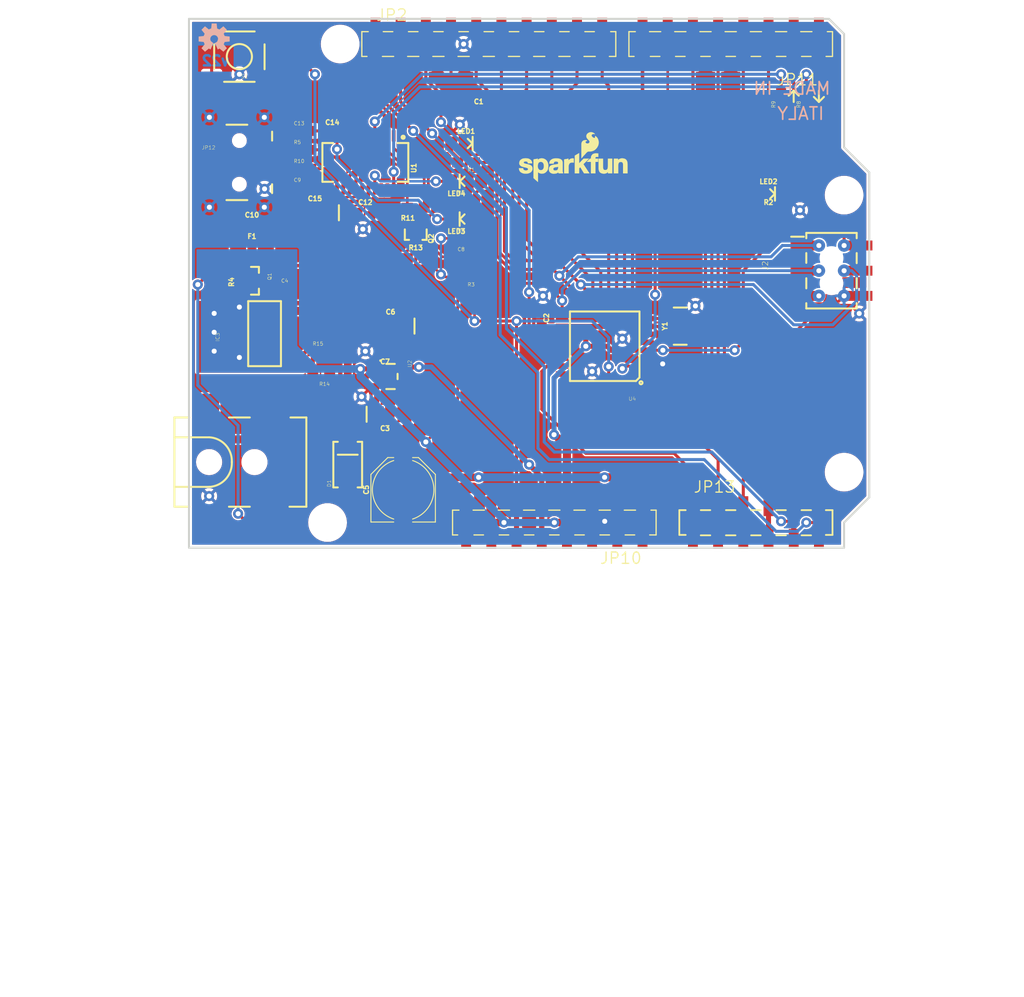
<source format=kicad_pcb>
(kicad_pcb (version 20211014) (generator pcbnew)
  (layers (0 "F.Cu" signal) (31 "B.Cu" signal) (34 "B.Paste" user) (35 "F.Paste" user) (36 "B.SilkS" user "B.Silkscreen") (37 "F.SilkS" user "F.Silkscreen") (38 "B.Mask" user) (39 "F.Mask" user) (44 "Edge.Cuts" user))
  (net 0 "")
  (net 1 "RX-I")
  (net 2 "TX-O")
  (net 3 "IO2")
  (net 4 "IO3")
  (net 5 "IO4")
  (net 6 "IO5")
  (net 7 "IO6")
  (net 8 "IO7")
  (net 9 "AD0")
  (net 10 "AD1")
  (net 11 "AD2")
  (net 12 "AD3")
  (net 13 "AD4/SDA")
  (net 14 "AD5/SCL")
  (net 15 "IO8")
  (net 16 "IO9")
  (net 17 "SS")
  (net 18 "MOSI")
  (net 19 "MISO")
  (net 20 "SCK")
  (net 21 "5V")
  (net 22 "GND")
  (net 23 "RESET")
  (net 24 "AREF")
  (net 25 "3.3V")
  (net 26 "VIN")
  (net 27 "N$2")
  (net 28 "PWRIN")
  (net 29 "USBVCC")
  (net 30 "DTR")
  (net 31 "D-")
  (net 32 "D+")
  (net 33 "VUSB")
  (net 34 "N$1")
  (net 35 "N$15")
  (net 36 "N$3")
  (net 37 "N$4")
  (net 38 "TXLED")
  (net 39 "RXLED")
  (net 40 "N$8")
  (net 41 "N$10")
  (net 42 "TXD")
  (net 43 "RXD")
  (net 44 "INSERT")
  (net 45 "N$6")
  (net 46 "N$7")
  (net 47 "3.3V_F")
  (net 48 "FTDI_DTR")
  (footprint "eagleBoard:0603" (layer "F.Cu") (at 124.3711 105.5116)
    (fp_text reference "C4")
    (fp_text value "0.1uF")
  )
  (footprint "eagleBoard:TACTILE-SWITCH-SMD" (layer "F.Cu") (at 119.2911 82.1436 180)
    (fp_text reference "S1")
    (fp_text value "RESET")
  )
  (footprint "eagleBoard:VPAC0" (layer "F.Cu") (at 181.7751 108.0516)
    (fp_text reference "VP_14" hide)
    (fp_text value "VPDEV0" hide)
  )
  (footprint "eagleBoard:VPAC0" (layer "F.Cu") (at 131.6101 116.4336)
    (fp_text reference "VP_17" hide)
    (fp_text value "VPDEV0" hide)
  )
  (footprint "eagleBoard:VPAC0" (layer "F.Cu") (at 119.2911 112.4846)
    (fp_text reference "VP_1" hide)
    (fp_text value "VPDEV0" hide)
  )
  (footprint "eagleBoard:0603" (layer "F.Cu") (at 131.9911 97.8916)
    (fp_text reference "C12")
    (fp_text value "0.1uF")
  )
  (footprint "eagleBoard:VPAC0" (layer "F.Cu") (at 154.8511 113.8936)
    (fp_text reference "VP_6" hide)
    (fp_text value "VPDEV0" hide)
  )
  (footprint "eagleBoard:0603" (layer "F.Cu") (at 125.6411 89.6366)
    (fp_text reference "C13")
    (fp_text value "47pF")
  )
  (footprint "eagleBoard:0603" (layer "F.Cu") (at 142.1511 96.6216)
    (fp_text reference "R7")
    (fp_text value "1k")
  )
  (footprint "eagleBoard:POWER_JACK_SMD_OVERPASTE_SUPER_BOMB_DIGITY" (layer "F.Cu") (at 116.2431 123.0376)
    (fp_text reference "J3" hide)
    (fp_text value "POWER_JACKSUPER_BOMB_DIGITY" hide)
  )
  (footprint "eagleBoard:VPAC0" (layer "F.Cu") (at 165.2651 107.2896)
    (fp_text reference "VP_9" hide)
    (fp_text value "VPDEV0" hide)
  )
  (footprint "eagleBoard:1X06_SMD_STRAIGHT_COMBO" (layer "F.Cu") (at 165.0111 129.1336)
    (fp_text reference "JP13")
    (fp_text value "AD")
  )
  (footprint "eagleBoard:VPAC0" (layer "F.Cu") (at 116.2431 126.4666)
    (fp_text reference "VP_11" hide)
    (fp_text value "VPDEV0" hide)
  )
  (footprint "eagleBoard:0603" (layer "F.Cu") (at 173.9011 86.4616 90)
    (fp_text reference "R9")
    (fp_text value "1k")
  )
  (footprint "eagleBoard:STAND-OFF" (layer "F.Cu") (at 129.4511 80.8736)
    (fp_text reference "JP6" hide)
    (fp_text value "STAND-OFF" hide)
  )
  (footprint "eagleBoard:RESONATOR-SMD-3.2X1.3" (layer "F.Cu") (at 163.7411 109.3216 90)
    (fp_text reference "Y1")
    (fp_text value "16MHz")
  )
  (footprint "eagleBoard:1X10_SMD_COMBINED" (layer "F.Cu") (at 133.0071 80.8736)
    (fp_text reference "JP2")
    (fp_text value "M10SMD_COMBO")
  )
  (footprint "eagleBoard:SOT23-3" (layer "F.Cu") (at 120.5611 104.7496 -90)
    (fp_text reference "Q1")
    (fp_text value "1A/60V/500mΩ")
  )
  (footprint "eagleBoard:PANASONIC_D" (layer "F.Cu") (at 135.8011 125.8316 90)
    (fp_text reference "C5")
    (fp_text value "47uF")
  )
  (footprint "eagleBoard:0603" (layer "F.Cu") (at 149.7711 108.5036 -90)
    (fp_text reference "C2")
    (fp_text value "0.1uF")
  )
  (footprint "eagleBoard:SSOP20_L" (layer "F.Cu") (at 131.9911 92.8116 180)
    (fp_text reference "U1")
    (fp_text value "FT231XS")
  )
  (footprint "eagleBoard:VPAC0" (layer "F.Cu") (at 131.9911 111.8616)
    (fp_text reference "VP_16" hide)
    (fp_text value "VPDEV0" hide)
  )
  (footprint "eagleBoard:SOT23-5" (layer "F.Cu") (at 134.5311 114.4016 -90)
    (fp_text reference "U2")
    (fp_text value "MIC5205")
  )
  (footprint "eagleBoard:EIA3216" (layer "F.Cu") (at 134.5311 109.3216)
    (fp_text reference "C6")
    (fp_text value "10uF")
  )
  (footprint "eagleBoard:LED-1206" (layer "F.Cu") (at 142.1511 90.9066)
    (fp_text reference "LED1")
    (fp_text value "Blue")
  )
  (footprint "eagleBoard:SOT223-ALT1" (layer "F.Cu") (at 121.8311 110.0836 90)
    (fp_text reference "IC3")
    (fp_text value "LM1117")
  )
  (footprint "eagleBoard:0603" (layer "F.Cu") (at 129.4511 87.7316 180)
    (fp_text reference "C14")
    (fp_text value "0.1uF")
  )
  (footprint "eagleBoard:VPAC0" (layer "F.Cu") (at 121.8311 95.4786)
    (fp_text reference "VP_12" hide)
    (fp_text value "VPDEV0" hide)
  )
  (footprint "eagleBoard:CREATIVE_COMMONS" (layer "F.Cu") (at 115.4811 171.0436)
    (fp_text reference "FRAME2" hide)
    (fp_text value "FRAME-LETTER" hide)
  )
  (footprint "eagleBoard:VPAC0" (layer "F.Cu") (at 141.5161 89.0016)
    (fp_text reference "VP_13" hide)
    (fp_text value "VPDEV0" hide)
  )
  (footprint "eagleBoard:VPAC0" (layer "F.Cu") (at 121.8057 88.265)
    (fp_text reference "VP_22" hide)
    (fp_text value "VPDEV0" hide)
  )
  (footprint "eagleBoard:VPAC0" (layer "F.Cu") (at 121.8057 97.3328)
    (fp_text reference "VP_20" hide)
    (fp_text value "VPDEV0" hide)
  )
  (footprint "eagleBoard:0603" (layer "F.Cu") (at 118.0211 104.8766 -90)
    (fp_text reference "R4")
    (fp_text value "10k")
  )
  (footprint "eagleBoard:VPAC0" (layer "F.Cu") (at 149.8981 106.2736)
    (fp_text reference "VP_10" hide)
    (fp_text value "VPDEV0" hide)
  )
  (footprint "eagleBoard:0603" (layer "F.Cu") (at 176.4411 86.4616 90)
    (fp_text reference "R8")
    (fp_text value "1k")
  )
  (footprint "eagleBoard:0603" (layer "F.Cu") (at 143.4211 87.7316)
    (fp_text reference "C1")
    (fp_text value "0.1uF")
  )
  (footprint "eagleBoard:EIA3216" (layer "F.Cu") (at 126.9111 97.8916)
    (fp_text reference "C15")
    (fp_text value "10uF")
  )
  (footprint "eagleBoard:VPAC0" (layer "F.Cu") (at 180.2511 106.2736)
    (fp_text reference "VP_18" hide)
    (fp_text value "VPDEV0" hide)
  )
  (footprint "eagleBoard:VPAC0" (layer "F.Cu") (at 131.7371 99.5426)
    (fp_text reference "VP_15" hide)
    (fp_text value "VPDEV0" hide)
  )
  (footprint "eagleBoard:1206" (layer "F.Cu") (at 120.5611 101.7016)
    (fp_text reference "F1")
    (fp_text value "6V/0.5A")
  )
  (footprint "eagleBoard:LED-1206" (layer "F.Cu") (at 142.1511 98.5266 180)
    (fp_text reference "LED3")
    (fp_text value "Red")
  )
  (footprint "eagleBoard:0603" (layer "F.Cu") (at 125.6411 93.4466)
    (fp_text reference "R10")
    (fp_text value "27")
  )
  (footprint "eagleBoard:0603" (layer "F.Cu") (at 142.1511 104.3686 180)
    (fp_text reference "R3")
    (fp_text value "10k")
  )
  (footprint "eagleBoard:VPAC0" (layer "F.Cu") (at 116.7511 111.8496)
    (fp_text reference "VP_2" hide)
    (fp_text value "VPDEV0" hide)
  )
  (footprint "eagleBoard:SOT323" (layer "F.Cu") (at 137.0711 99.9236 180)
    (fp_text reference "Q2")
    (fp_text value "2N7002PW")
  )
  (footprint "eagleBoard:TQFP32-08" (layer "F.Cu") (at 156.1211 111.3536 180)
    (fp_text reference "U4")
    (fp_text value "ATMEGA328P_TQFP")
  )
  (footprint "eagleBoard:VPAC0" (layer "F.Cu") (at 119.2911 83.9216)
    (fp_text reference "VP_4" hide)
    (fp_text value "VPDEV0" hide)
  )
  (footprint "eagleBoard:0603" (layer "F.Cu") (at 134.5311 111.8616 180)
    (fp_text reference "C7")
    (fp_text value "1.0uF")
  )
  (footprint "eagleBoard:0603" (layer "F.Cu") (at 127.5461 111.8616)
    (fp_text reference "R15")
    (fp_text value "240")
  )
  (footprint "eagleBoard:VPAC0" (layer "F.Cu") (at 116.7511 109.9446)
    (fp_text reference "VP_0" hide)
    (fp_text value "VPDEV0" hide)
  )
  (footprint "eagleBoard:1X08_SMD_COMBINED" (layer "F.Cu") (at 177.7111 80.8736 180)
    (fp_text reference "JP11")
    (fp_text value "IOL")
  )
  (footprint "eagleBoard:STAND-OFF" (layer "F.Cu") (at 180.2511 124.0536)
    (fp_text reference "JP4" hide)
    (fp_text value "STAND-OFF" hide)
  )
  (footprint "eagleBoard:USB-MINIB" (layer "F.Cu") (at 119.2911 92.8116)
    (fp_text reference "JP12")
    (fp_text value "USB-MINIB-5PIN")
  )
  (footprint "eagleBoard:2X3_SMT_POSTS" (layer "F.Cu") (at 178.9811 103.7336 -90)
    (fp_text reference "J2")
    (fp_text value "ICSP")
  )
  (footprint "eagleBoard:SMA-DIODE" (layer "F.Cu") (at 130.2131 123.2916 90)
    (fp_text reference "D1")
    (fp_text value "MBRA140")
  )
  (footprint "eagleBoard:VPAC0" (layer "F.Cu") (at 157.8991 110.5916)
    (fp_text reference "VP_8" hide)
    (fp_text value "VPDEV0" hide)
  )
  (footprint "eagleBoard:STAND-OFF" (layer "F.Cu") (at 180.2511 96.1136)
    (fp_text reference "JP5" hide)
    (fp_text value "STAND-OFF" hide)
  )
  (footprint "eagleBoard:LED-1206" (layer "F.Cu") (at 172.6311 95.9866)
    (fp_text reference "LED2")
    (fp_text value "Green")
  )
  (footprint "eagleBoard:LED-1206" (layer "F.Cu") (at 142.1511 94.7166 180)
    (fp_text reference "LED4")
    (fp_text value "Yellow")
  )
  (footprint "eagleBoard:0603" (layer "F.Cu") (at 172.6311 97.8916)
    (fp_text reference "R2")
    (fp_text value "4.7k")
  )
  (footprint "eagleBoard:0603" (layer "F.Cu") (at 125.6411 95.3516)
    (fp_text reference "C9")
    (fp_text value "47pF")
  )
  (footprint "eagleBoard:0603" (layer "F.Cu") (at 142.1511 100.4316)
    (fp_text reference "R6")
    (fp_text value "1k")
  )
  (footprint "eagleBoard:0603" (layer "F.Cu") (at 125.6411 91.5416)
    (fp_text reference "R5")
    (fp_text value "27")
  )
  (footprint "eagleBoard:0603" (layer "F.Cu") (at 142.1511 92.8116 180)
    (fp_text reference "R1")
    (fp_text value "1k")
  )
  (footprint "eagleBoard:VPAC0" (layer "F.Cu") (at 116.7511 108.0396)
    (fp_text reference "VP_3" hide)
    (fp_text value "VPDEV0" hide)
  )
  (footprint "eagleBoard:VPAC0" (layer "F.Cu") (at 175.8061 97.6376)
    (fp_text reference "VP_5" hide)
    (fp_text value "VPDEV0" hide)
  )
  (footprint "eagleBoard:0603" (layer "F.Cu") (at 142.1511 102.3366)
    (fp_text reference "C8")
    (fp_text value "0.1uF")
  )
  (footprint "eagleBoard:FIDUCIAL-1X2" (layer "F.Cu") (at 178.9811 119.4816)
    (fp_text reference "JP8" hide)
    (fp_text value "FIDUCIAL1X2" hide)
  )
  (footprint "eagleBoard:STAND-OFF" (layer "F.Cu") (at 128.1811 129.1336)
    (fp_text reference "JP3" hide)
    (fp_text value "STAND-OFF" hide)
  )
  (footprint "eagleBoard:0603" (layer "F.Cu") (at 120.5611 99.1616)
    (fp_text reference "C10")
    (fp_text value "0.1uF")
  )
  (footprint "eagleBoard:1X08_SMD_COMBINED" (layer "F.Cu") (at 159.9311 129.1336 180)
    (fp_text reference "JP10")
    (fp_text value "JP10")
  )
  (footprint "eagleBoard:VPAC0" (layer "F.Cu") (at 141.8971 80.8736)
    (fp_text reference "VP_7" hide)
    (fp_text value "VPDEV0" hide)
  )
  (footprint "eagleBoard:VPAC0" (layer "F.Cu") (at 116.2685 88.265)
    (fp_text reference "VP_21" hide)
    (fp_text value "VPDEV0" hide)
  )
  (footprint "eagleBoard:SFE_LOGO_FLAME_.1" (layer "F.Cu") (at 153.4795 92.6846)
    (fp_text reference "JP7" hide)
    (fp_text value "SFE_LOGO_FLAME.1_INCH" hide)
  )
  (footprint "eagleBoard:0603" (layer "F.Cu") (at 137.0711 102.4636)
    (fp_text reference "R13")
    (fp_text value "10k")
  )
  (footprint "eagleBoard:0603" (layer "F.Cu") (at 137.0711 97.3836 180)
    (fp_text reference "R11")
    (fp_text value "10k")
  )
  (footprint "eagleBoard:EIA3216" (layer "F.Cu") (at 134.5311 118.2116 180)
    (fp_text reference "C3")
    (fp_text value "10uF")
  )
  (footprint "eagleBoard:FIDUCIAL-1X2" (layer "F.Cu") (at 125.6411 80.1116)
    (fp_text reference "JP9" hide)
    (fp_text value "FIDUCIAL1X2" hide)
  )
  (footprint "eagleBoard:0603" (layer "F.Cu") (at 127.5461 114.4016 180)
    (fp_text reference "R14")
    (fp_text value "715")
  )
  (footprint "eagleBoard:SFE_LOGO_NAME_.1" (layer "F.Cu") (at 147.0025 95.2246)
    (fp_text reference "JP1" hide)
    (fp_text value "SFE_LOGO_NAME.1_INCH" hide)
  )
  (footprint "eagleBoard:VPAC0" (layer "F.Cu") (at 116.2685 97.3328)
    (fp_text reference "VP_19" hide)
    (fp_text value "VPDEV0" hide)
  )
  (footprint "eagleBoard:PAD.03X.05" (layer "B.Cu") (at 177.7111 103.7336 180)
    (fp_text reference "TP5" hide)
    (fp_text value "TP-3x5" hide)
  )
  (footprint "eagleBoard:PAD.03X.05" (layer "B.Cu") (at 180.2511 106.2736 180)
    (fp_text reference "TP3" hide)
    (fp_text value "TP-3x5" hide)
  )
  (footprint "eagleBoard:OSHW-LOGO-S" (layer "B.Cu") (at 116.7511 80.3656 180)
    (fp_text reference "U$16" hide)
    (fp_text value "OSHW-LOGOS" hide)
  )
  (footprint "eagleBoard:PAD.03X.05" (layer "B.Cu") (at 177.7111 106.2736 180)
    (fp_text reference "TP6" hide)
    (fp_text value "TP-3x5" hide)
  )
  (footprint "eagleBoard:PAD.03X.05" (layer "B.Cu") (at 180.2511 103.7336 180)
    (fp_text reference "TP2" hide)
    (fp_text value "TP-3x5" hide)
  )
  (footprint "eagleBoard:PAD.03X.05" (layer "B.Cu") (at 180.2511 101.1936 180)
    (fp_text reference "TP1" hide)
    (fp_text value "TP-3x5" hide)
  )
  (footprint "eagleBoard:PAD.03X.05" (layer "B.Cu") (at 177.7111 101.1936 180)
    (fp_text reference "TP4" hide)
    (fp_text value "TP-3x5" hide)
  )
  (gr_line (start 175.1711 86.7156) (end 175.1711 85.5726) (layer "F.SilkS") (width 0.2032))
  (gr_line (start 175.1711 85.5726) (end 174.6631 86.0806) (layer "F.SilkS") (width 0.2032))
  (gr_line (start 177.7111 86.7156) (end 178.2191 86.2076) (layer "F.SilkS") (width 0.2032))
  (gr_line (start 177.2031 86.2076) (end 177.7111 86.7156) (layer "F.SilkS") (width 0.2032))
  (gr_line (start 175.6791 86.0806) (end 175.1711 85.5726) (layer "F.SilkS") (width 0.2032))
  (gr_line (start 177.7111 85.5726) (end 177.7111 86.7156) (layer "F.SilkS") (width 0.2032))
  (gr_line (start 114.2111 131.6736) (end 114.2111 78.3336) (layer "Edge.Cuts") (width 0.2032))
  (gr_line (start 180.2511 91.2876) (end 182.7911 93.8276) (layer "Edge.Cuts") (width 0.2032))
  (gr_line (start 180.2511 131.6736) (end 114.2111 131.6736) (layer "Edge.Cuts") (width 0.2032))
  (gr_line (start 182.7911 93.8276) (end 182.7911 126.5936) (layer "Edge.Cuts") (width 0.2032))
  (gr_line (start 182.7911 126.5936) (end 180.2511 129.1336) (layer "Edge.Cuts") (width 0.2032))
  (gr_line (start 114.2111 78.3336) (end 178.7271 78.3336) (layer "Edge.Cuts") (width 0.2032))
  (gr_line (start 180.2511 79.8576) (end 180.2511 91.2876) (layer "Edge.Cuts") (width 0.2032))
  (gr_line (start 180.2511 129.1336) (end 180.2511 131.6736) (layer "Edge.Cuts") (width 0.2032))
  (gr_line (start 178.7271 78.3336) (end 180.2511 79.8576) (layer "Edge.Cuts") (width 0.2032))
  (gr_text "v22" (at 118.4021 83.1596) (layer "B.Cu") (effects (font (size 1.016 1.016) (thickness 0.254)) (justify left bottom mirror)))
  (gr_text "ITALY" (at 178.3461 88.6206) (layer "B.SilkS") (effects (font (size 1.251712 1.251712) (thickness 0.170688)) (justify left bottom mirror)))
  (gr_text "MADE IN" (at 178.9811 86.0806) (layer "B.SilkS") (effects (font (size 1.251712 1.251712) (thickness 0.170688)) (justify left bottom mirror)))
  (segment (start 157.3211 115.6462) (end 157.3211 116.3636) (width 0.3048) (layer "F.Cu") (net 1))
  (segment (start 157.3211 116.3636) (end 158.6611 117.7036) (width 0.3048) (layer "F.Cu") (net 1))
  (segment (start 158.6611 117.7036) (end 164.5031 117.7036) (width 0.3048) (layer "F.Cu") (net 1))
  (segment (start 168.1861 97.1296) (end 177.7111 87.6046) (width 0.3048) (layer "F.Cu") (net 1))
  (segment (start 164.5031 117.7036) (end 168.1861 114.0206) (width 0.3048) (layer "F.Cu") (net 1))
  (segment (start 168.1861 114.0206) (end 168.1861 97.1296) (width 0.3048) (layer "F.Cu") (net 1))
  (segment (start 177.6721 87.3116) (end 177.7111 87.3506) (width 0.3048) (layer "F.Cu") (net 1))
  (segment (start 176.4411 87.3116) (end 177.6721 87.3116) (width 0.3048) (layer "F.Cu") (net 1))
  (segment (start 177.7111 85.3186) (end 177.7261 85.3036) (width 0.254) (layer "F.Cu") (net 1))
  (segment (start 177.7111 85.3186) (end 177.7111 82.5236) (width 0.3048) (layer "F.Cu") (net 1))
  (segment (start 177.7111 87.6046) (end 177.7111 87.3506) (width 0.3048) (layer "F.Cu") (net 1))
  (segment (start 177.7111 87.3506) (end 177.7111 85.3186) (width 0.3048) (layer "F.Cu") (net 1))
  (segment (start 167.5511 113.7666) (end 167.5511 96.1136) (width 0.3048) (layer "F.Cu") (net 2))
  (segment (start 164.3761 116.9416) (end 167.5511 113.7666) (width 0.3048) (layer "F.Cu") (net 2))
  (segment (start 175.1321 87.3116) (end 175.1711 87.3506) (width 0.3048) (layer "F.Cu") (net 2))
  (segment (start 167.5511 96.1136) (end 175.1711 88.4936) (width 0.3048) (layer "F.Cu") (net 2))
  (segment (start 175.1711 85.3186) (end 175.1561 85.3036) (width 0.254) (layer "F.Cu") (net 2))
  (segment (start 158.1211 115.6462) (end 158.1211 116.4016) (width 0.3048) (layer "F.Cu") (net 2))
  (segment (start 158.6611 116.9416) (end 164.3761 116.9416) (width 0.3048) (layer "F.Cu") (net 2))
  (segment (start 175.1711 87.3506) (end 175.1711 85.3186) (width 0.3048) (layer "F.Cu") (net 2))
  (segment (start 175.1711 88.4936) (end 175.1711 87.3506) (width 0.3048) (layer "F.Cu") (net 2))
  (segment (start 158.1211 116.4016) (end 158.6611 116.9416) (width 0.3048) (layer "F.Cu") (net 2))
  (segment (start 173.9011 87.3116) (end 175.1321 87.3116) (width 0.3048) (layer "F.Cu") (net 2))
  (segment (start 175.1711 85.3186) (end 175.1711 79.2236) (width 0.3048) (layer "F.Cu") (net 2))
  (segment (start 158.9211 115.6462) (end 164.7825 115.6462) (width 0.3048) (layer "F.Cu") (net 3))
  (segment (start 172.6311 87.2236) (end 172.6311 82.5236) (width 0.3048) (layer "F.Cu") (net 3))
  (segment (start 166.9161 92.9386) (end 172.6311 87.2236) (width 0.3048) (layer "F.Cu") (net 3))
  (segment (start 166.9161 113.5126) (end 166.9161 92.9386) (width 0.3048) (layer "F.Cu") (net 3))
  (segment (start 164.7825 115.6462) (end 166.9161 113.5126) (width 0.3048) (layer "F.Cu") (net 3))
  (segment (start 165.2591 114.1536) (end 166.2811 113.1316) (width 0.3048) (layer "F.Cu") (net 4))
  (segment (start 166.2811 91.0336) (end 170.0911 87.2236) (width 0.3048) (layer "F.Cu") (net 4))
  (segment (start 170.0911 87.2236) (end 170.0911 79.2236) (width 0.3048) (layer "F.Cu") (net 4))
  (segment (start 160.4137 114.1536) (end 165.2591 114.1536) (width 0.3048) (layer "F.Cu") (net 4))
  (segment (start 166.2811 113.1316) (end 166.2811 91.0336) (width 0.3048) (layer "F.Cu") (net 4))
  (segment (start 160.4137 113.3536) (end 158.1531 113.3536) (width 0.3048) (layer "F.Cu") (net 5))
  (segment (start 161.2011 106.1466) (end 161.2011 93.5736) (width 0.3048) (layer "F.Cu") (net 5))
  (segment (start 167.5511 87.2236) (end 167.5511 82.5236) (width 0.3048) (layer "F.Cu") (net 5))
  (segment (start 158.1531 113.3536) (end 157.8991 113.6076) (width 0.3048) (layer "F.Cu") (net 5))
  (segment (start 161.2011 93.5736) (end 167.5511 87.2236) (width 0.3048) (layer "F.Cu") (net 5))
  (via (at 157.8991 113.6076) (size 1.016) (drill 0.508) (layers "F.Cu" "B.Cu") (net 5))
  (via (at 161.2011 106.1466) (size 1.016) (drill 0.508) (layers "F.Cu" "B.Cu") (net 5))
  (segment (start 161.2011 110.3056) (end 161.2011 106.1466) (width 0.3048) (layer "B.Cu") (net 5))
  (segment (start 157.8991 113.6076) (end 161.2011 110.3056) (width 0.3048) (layer "B.Cu") (net 5))
  (segment (start 158.9211 107.061) (end 158.9211 93.5736) (width 0.3048) (layer "F.Cu") (net 6))
  (segment (start 158.9211 93.5736) (end 165.0111 87.4836) (width 0.3048) (layer "F.Cu") (net 6))
  (segment (start 165.0111 87.4836) (end 165.0111 79.2236) (width 0.3048) (layer "F.Cu") (net 6))
  (segment (start 158.1211 92.3036) (end 162.4711 87.9536) (width 0.3048) (layer "F.Cu") (net 7))
  (segment (start 158.1211 107.061) (end 158.1211 92.3036) (width 0.3048) (layer "F.Cu") (net 7))
  (segment (start 162.4711 87.9536) (end 162.4711 82.5236) (width 0.254) (layer "F.Cu") (net 7))
  (segment (start 159.9311 88.4236) (end 159.9311 79.2236) (width 0.3556) (layer "F.Cu") (net 8))
  (segment (start 157.3211 91.0336) (end 159.9311 88.4236) (width 0.3048) (layer "F.Cu") (net 8))
  (segment (start 157.3211 107.061) (end 157.3211 91.0336) (width 0.3048) (layer "F.Cu") (net 8))
  (segment (start 163.1061 122.1486) (end 165.0111 124.0536) (width 0.3048) (layer "F.Cu") (net 9))
  (segment (start 154.2161 122.1486) (end 149.7711 117.7036) (width 0.3048) (layer "F.Cu") (net 9))
  (segment (start 149.7711 117.7036) (end 149.7711 113.8936) (width 0.3048) (layer "F.Cu") (net 9))
  (segment (start 165.0111 124.0536) (end 165.0111 130.7836) (width 0.3048) (layer "F.Cu") (net 9))
  (segment (start 149.7711 113.8936) (end 150.3111 113.3536) (width 0.3048) (layer "F.Cu") (net 9))
  (segment (start 154.2161 122.1486) (end 163.1061 122.1486) (width 0.3048) (layer "F.Cu") (net 9))
  (segment (start 150.3111 113.3536) (end 151.8285 113.3536) (width 0.3048) (layer "F.Cu") (net 9))
  (segment (start 167.5511 122.7836) (end 167.5511 127.4836) (width 0.3048) (layer "F.Cu") (net 10))
  (segment (start 154.8511 121.5136) (end 166.2811 121.5136) (width 0.3048) (layer "F.Cu") (net 10))
  (segment (start 166.2811 121.5136) (end 167.5511 122.7836) (width 0.3048) (layer "F.Cu") (net 10))
  (segment (start 151.8285 118.491) (end 154.8511 121.5136) (width 0.3048) (layer "F.Cu") (net 10))
  (segment (start 151.8285 118.491) (end 151.8285 114.1536) (width 0.3048) (layer "F.Cu") (net 10))
  (segment (start 155.4861 120.8786) (end 153.3211 118.7136) (width 0.3048) (layer "F.Cu") (net 11))
  (segment (start 168.1861 120.8786) (end 170.0911 122.7836) (width 0.3048) (layer "F.Cu") (net 11))
  (segment (start 170.0911 122.7836) (end 170.0911 130.7836) (width 0.3048) (layer "F.Cu") (net 11))
  (segment (start 155.4861 120.8786) (end 168.1861 120.8786) (width 0.3048) (layer "F.Cu") (net 11))
  (segment (start 153.3211 118.7136) (end 153.3211 115.6462) (width 0.3048) (layer "F.Cu") (net 11))
  (segment (start 154.1211 118.2436) (end 154.1211 115.6462) (width 0.3048) (layer "F.Cu") (net 12))
  (segment (start 156.1211 120.2436) (end 154.1211 118.2436) (width 0.3048) (layer "F.Cu") (net 12))
  (segment (start 170.0911 120.2436) (end 172.6311 122.7836) (width 0.3048) (layer "F.Cu") (net 12))
  (segment (start 156.1211 120.2436) (end 170.0911 120.2436) (width 0.3048) (layer "F.Cu") (net 12))
  (segment (start 172.6311 122.7836) (end 172.6311 127.4836) (width 0.3048) (layer "F.Cu") (net 12))
  (segment (start 175.1711 121.5136) (end 175.1711 129.0066) (width 0.3048) (layer "F.Cu") (net 13))
  (segment (start 135.5471 86.7156) (end 138.7221 89.8906) (width 0.3048) (layer "F.Cu") (net 13))
  (segment (start 156.7561 119.6086) (end 154.9211 117.7736) (width 0.3048) (layer "F.Cu") (net 13))
  (segment (start 156.7561 119.6086) (end 173.2661 119.6086) (width 0.3048) (layer "F.Cu") (net 13))
  (segment (start 175.1711 129.0066) (end 175.1711 130.7836) (width 0.3048) (layer "F.Cu") (net 13))
  (segment (start 135.5471 82.5236) (end 135.5471 86.7156) (width 0.3048) (layer "F.Cu") (net 13))
  (segment (start 154.9211 117.7736) (end 154.9211 115.6462) (width 0.3048) (layer "F.Cu") (net 13))
  (segment (start 173.2661 119.6086) (end 175.1711 121.5136) (width 0.3048) (layer "F.Cu") (net 13))
  (segment (start 173.9011 129.0066) (end 175.1711 129.0066) (width 0.3048) (layer "F.Cu") (net 13))
  (via (at 173.9011 129.0066) (size 1.016) (drill 0.508) (layers "F.Cu" "B.Cu") (net 13))
  (via (at 138.7221 89.8906) (size 1.016) (drill 0.508) (layers "F.Cu" "B.Cu") (net 13))
  (segment (start 166.9161 122.0216) (end 173.9011 129.0066) (width 0.3048) (layer "B.Cu") (net 13))
  (segment (start 151.0411 122.0216) (end 166.9161 122.0216) (width 0.3048) (layer "B.Cu") (net 13))
  (segment (start 146.2151 109.5756) (end 150.0251 113.3856) (width 0.3048) (layer "B.Cu") (net 13))
  (segment (start 150.0251 121.0056) (end 151.0411 122.0216) (width 0.3048) (layer "B.Cu") (net 13))
  (segment (start 146.2151 97.3836) (end 138.7221 89.8906) (width 0.3048) (layer "B.Cu") (net 13))
  (segment (start 146.2151 97.3836) (end 146.2151 109.5756) (width 0.3048) (layer "B.Cu") (net 13))
  (segment (start 150.0251 113.3856) (end 150.0251 121.0056) (width 0.3048) (layer "B.Cu") (net 13))
  (segment (start 155.7211 117.3036) (end 157.3911 118.9736) (width 0.3048) (layer "F.Cu") (net 14))
  (segment (start 176.4411 129.1336) (end 177.7111 129.1336) (width 0.3048) (layer "F.Cu") (net 14))
  (segment (start 155.7211 117.3036) (end 155.7211 115.6462) (width 0.3048) (layer "F.Cu") (net 14))
  (segment (start 133.0071 85.8266) (end 136.8171 89.6366) (width 0.3048) (layer "F.Cu") (net 14))
  (segment (start 157.3911 118.9736) (end 175.1711 118.9736) (width 0.3048) (layer "F.Cu") (net 14))
  (segment (start 177.7111 129.1336) (end 177.7111 127.4836) (width 0.3048) (layer "F.Cu") (net 14))
  (segment (start 175.1711 118.9736) (end 177.7111 121.5136) (width 0.3048) (layer "F.Cu") (net 14))
  (segment (start 133.0071 82.5236) (end 133.0071 85.8266) (width 0.3048) (layer "F.Cu") (net 14))
  (segment (start 177.7111 121.5136) (end 177.7111 127.4836) (width 0.3048) (layer "F.Cu") (net 14))
  (via (at 176.4411 129.1336) (size 1.016) (drill 0.508) (layers "F.Cu" "B.Cu") (net 14))
  (via (at 136.8171 89.6366) (size 1.016) (drill 0.508) (layers "F.Cu" "B.Cu") (net 14))
  (segment (start 145.5801 98.3996) (end 145.5801 110.2106) (width 0.3048) (layer "B.Cu") (net 14))
  (segment (start 149.3901 114.0206) (end 149.3901 121.6406) (width 0.3048) (layer "B.Cu") (net 14))
  (segment (start 145.5801 110.2106) (end 149.3901 114.0206) (width 0.3048) (layer "B.Cu") (net 14))
  (segment (start 136.8171 89.6366) (end 145.5801 98.3996) (width 0.3048) (layer "B.Cu") (net 14))
  (segment (start 150.5331 122.7836) (end 166.1541 122.7836) (width 0.3048) (layer "B.Cu") (net 14))
  (segment (start 175.5521 130.0226) (end 176.4411 129.1336) (width 0.3048) (layer "B.Cu") (net 14))
  (segment (start 166.1541 122.7836) (end 173.3931 130.0226) (width 0.3048) (layer "B.Cu") (net 14))
  (segment (start 149.3901 121.6406) (end 150.5331 122.7836) (width 0.3048) (layer "B.Cu") (net 14))
  (segment (start 173.3931 130.0226) (end 175.5521 130.0226) (width 0.3048) (layer "B.Cu") (net 14))
  (segment (start 156.5211 107.061) (end 156.5211 85.0836) (width 0.3048) (layer "F.Cu") (net 15))
  (segment (start 155.8671 84.4296) (end 155.8671 82.5236) (width 0.3048) (layer "F.Cu") (net 15))
  (segment (start 156.5211 85.0836) (end 155.8671 84.4296) (width 0.3048) (layer "F.Cu") (net 15))
  (segment (start 155.7211 103.8416) (end 153.2001 101.3206) (width 0.3048) (layer "F.Cu") (net 16))
  (segment (start 149.0091 101.3206) (end 148.2471 100.5586) (width 0.3048) (layer "F.Cu") (net 16))
  (segment (start 153.3271 84.8296) (end 153.3271 82.5236) (width 0.3048) (layer "F.Cu") (net 16))
  (segment (start 155.7211 107.061) (end 155.7211 103.8416) (width 0.3048) (layer "F.Cu") (net 16))
  (segment (start 148.2471 89.9096) (end 153.3271 84.8296) (width 0.3048) (layer "F.Cu") (net 16))
  (segment (start 148.2471 100.5586) (end 148.2471 89.9096) (width 0.3048) (layer "F.Cu") (net 16))
  (segment (start 153.2001 101.3206) (end 149.0091 101.3206) (width 0.3048) (layer "F.Cu") (net 16))
  (segment (start 150.7871 85.6296) (end 150.7871 82.5236) (width 0.3048) (layer "F.Cu") (net 17))
  (segment (start 154.9211 107.061) (end 154.9211 104.6926) (width 0.3048) (layer "F.Cu") (net 17))
  (segment (start 147.4851 100.6856) (end 147.4851 88.9316) (width 0.3048) (layer "F.Cu") (net 17))
  (segment (start 147.4851 88.9316) (end 150.7871 85.6296) (width 0.3048) (layer "F.Cu") (net 17))
  (segment (start 148.8821 102.0826) (end 147.4851 100.6856) (width 0.3048) (layer "F.Cu") (net 17))
  (segment (start 154.9211 104.6926) (end 152.3111 102.0826) (width 0.3048) (layer "F.Cu") (net 17))
  (segment (start 152.3111 102.0826) (end 148.8821 102.0826) (width 0.3048) (layer "F.Cu") (net 17))
  (segment (start 181.5211 103.7336) (end 180.2511 103.7336) (width 0.3048) (layer "F.Cu") (net 18))
  (segment (start 146.8501 86.8426) (end 146.8501 101.3206) (width 0.3048) (layer "F.Cu") (net 18))
  (segment (start 148.2471 82.5236) (end 148.2471 85.4456) (width 0.3048) (layer "F.Cu") (net 18))
  (segment (start 148.2471 102.7176) (end 146.8501 101.3206) (width 0.3048) (layer "F.Cu") (net 18))
  (segment (start 154.1211 107.061) (end 154.1211 105.5436) (width 0.3048) (layer "F.Cu") (net 18))
  (segment (start 154.1211 105.5436) (end 153.7081 105.1306) (width 0.3048) (layer "F.Cu") (net 18))
  (segment (start 148.2471 85.4456) (end 146.8501 86.8426) (width 0.3048) (layer "F.Cu") (net 18))
  (segment (start 151.2951 102.7176) (end 148.2471 102.7176) (width 0.3048) (layer "F.Cu") (net 18))
  (segment (start 153.7081 105.1306) (end 151.2951 102.7176) (width 0.3048) (layer "F.Cu") (net 18))
  (via (at 180.2511 103.7336) (size 1.016) (drill 0.508) (layers "F.Cu" "B.Cu") (net 18))
  (via (at 153.7081 105.1306) (size 1.016) (drill 0.508) (layers "F.Cu" "B.Cu") (net 18))
  (segment (start 175.1711 109.1946) (end 171.1071 105.1306) (width 0.3048) (layer "B.Cu") (net 18))
  (segment (start 180.2511 103.7336) (end 181.0131 103.7336) (width 0.3048) (layer "B.Cu") (net 18))
  (segment (start 181.0131 103.7336) (end 181.5211 104.2416) (width 0.3048) (layer "B.Cu") (net 18))
  (segment (start 181.5211 104.2416) (end 181.5211 106.7816) (width 0.3048) (layer "B.Cu") (net 18))
  (segment (start 179.1081 109.1946) (end 175.1711 109.1946) (width 0.3048) (layer "B.Cu") (net 18))
  (segment (start 171.1071 105.1306) (end 153.7081 105.1306) (width 0.3048) (layer "B.Cu") (net 18))
  (segment (start 179.1081 109.1946) (end 181.5211 106.7816) (width 0.3048) (layer "B.Cu") (net 18))
  (segment (start 153.3211 107.061) (end 153.3211 106.0136) (width 0.3048) (layer "F.Cu") (net 19))
  (segment (start 176.4411 101.1936) (end 177.7111 101.1936) (width 0.3048) (layer "F.Cu") (net 19))
  (segment (start 145.7071 82.5236) (end 145.7071 86.0298) (width 0.3048) (layer "F.Cu") (net 19))
  (segment (start 153.3211 106.0136) (end 151.5491 104.2416) (width 0.3048) (layer "F.Cu") (net 19))
  (segment (start 151.5491 104.2416) (end 150.9141 103.6066) (width 0.3048) (layer "F.Cu") (net 19))
  (segment (start 150.9141 103.6066) (end 147.8661 103.6066) (width 0.3048) (layer "F.Cu") (net 19))
  (segment (start 147.8661 103.6066) (end 146.0119 101.7524) (width 0.3048) (layer "F.Cu") (net 19))
  (segment (start 146.0119 101.7524) (end 146.0119 86.3346) (width 0.3048) (layer "F.Cu") (net 19))
  (segment (start 145.7071 86.0298) (end 146.0119 86.3346) (width 0.3048) (layer "F.Cu") (net 19))
  (via (at 151.5491 104.2416) (size 1.016) (drill 0.508) (layers "F.Cu" "B.Cu") (net 19))
  (via (at 177.7111 101.1936) (size 1.016) (drill 0.508) (layers "F.Cu" "B.Cu") (net 19))
  (segment (start 174.0281 101.1936) (end 172.8851 102.3366) (width 0.3048) (layer "B.Cu") (net 19))
  (segment (start 153.4541 102.3366) (end 151.5491 104.2416) (width 0.3048) (layer "B.Cu") (net 19))
  (segment (start 177.7111 101.1936) (end 174.0281 101.1936) (width 0.3048) (layer "B.Cu") (net 19))
  (segment (start 172.8851 102.3366) (end 153.4541 102.3366) (width 0.3048) (layer "B.Cu") (net 19))
  (segment (start 143.0011 92.8116) (end 145.2499 92.8116) (width 0.3048) (layer "F.Cu") (net 20))
  (segment (start 150.0759 105.0036) (end 151.8285 106.7562) (width 0.3048) (layer "F.Cu") (net 20))
  (segment (start 145.2499 86.5124) (end 143.1671 84.4296) (width 0.3048) (layer "F.Cu") (net 20))
  (segment (start 145.2499 102.2604) (end 145.2499 92.8116) (width 0.3048) (layer "F.Cu") (net 20))
  (segment (start 145.2499 92.8116) (end 145.2499 86.5124) (width 0.3048) (layer "F.Cu") (net 20))
  (segment (start 151.8285 108.5536) (end 151.8285 106.7562) (width 0.3048) (layer "F.Cu") (net 20))
  (segment (start 147.9931 105.0036) (end 150.0759 105.0036) (width 0.3048) (layer "F.Cu") (net 20))
  (segment (start 176.4411 103.7336) (end 177.7111 103.7336) (width 0.3048) (layer "F.Cu") (net 20))
  (segment (start 147.9931 105.0036) (end 145.2499 102.2604) (width 0.3048) (layer "F.Cu") (net 20))
  (segment (start 143.1671 84.4296) (end 143.1671 82.5236) (width 0.3048) (layer "F.Cu") (net 20))
  (via (at 177.7111 103.7336) (size 1.016) (drill 0.508) (layers "F.Cu" "B.Cu") (net 20))
  (via (at 151.8285 106.7562) (size 1.016) (drill 0.508) (layers "F.Cu" "B.Cu") (net 20))
  (segment (start 153.7081 103.7336) (end 177.7111 103.7336) (width 0.3048) (layer "B.Cu") (net 20))
  (segment (start 151.8285 105.6132) (end 153.7081 103.7336) (width 0.3048) (layer "B.Cu") (net 20))
  (segment (start 151.8285 106.7562) (end 151.8285 105.6132) (width 0.3048) (layer "B.Cu") (net 20))
  (segment (start 144.6911 129.1336) (end 144.6911 130.7836) (width 0.762) (layer "F.Cu") (net 21))
  (segment (start 151.0411 129.1336) (end 152.0571 129.1336) (width 0.762) (layer "F.Cu") (net 21))
  (segment (start 141.3011 96.6216) (end 141.3011 97.0416) (width 0.3048) (layer "F.Cu") (net 21))
  (segment (start 132.4331 113.4516) (end 132.2451 113.6396) (width 0.508) (layer "F.Cu") (net 21))
  (segment (start 141.3011 117.7916) (end 138.0871 121.0056) (width 0.254) (layer "F.Cu") (net 21))
  (segment (start 133.231 113.4516) (end 134.0891 113.4516) (width 0.508) (layer "F.Cu") (net 21))
  (segment (start 145.9611 129.1336) (end 144.6911 129.1336) (width 0.762) (layer "F.Cu") (net 21))
  (segment (start 141.3011 104.3686) (end 139.8651 104.3686) (width 0.254) (layer "F.Cu") (net 21))
  (segment (start 141.3011 100.4706) (end 139.6111 100.4706) (width 0.254) (layer "F.Cu") (net 21))
  (segment (start 175.1711 98.6536) (end 174.4091 97.8916) (width 0.3048) (layer "F.Cu") (net 21))
  (segment (start 156.7751 111.7536) (end 160.4137 111.7536) (width 0.508) (layer "F.Cu") (net 21))
  (segment (start 142.1511 97.8916) (end 142.1511 99.0346) (width 0.3048) (layer "F.Cu") (net 21))
  (segment (start 133.1311 118.2116) (end 133.2611 118.2116) (width 0.4064) (layer "F.Cu") (net 21))
  (segment (start 174.4091 97.8916) (end 173.4811 97.8916) (width 0.3048) (layer "F.Cu") (net 21))
  (segment (start 128.3961 111.8616) (end 128.3961 111.3146) (width 0.4064) (layer "F.Cu") (net 21))
  (segment (start 170.0911 110.8836) (end 170.0911 103.7336) (width 0.3048) (layer "F.Cu") (net 21))
  (segment (start 134.5311 114.9096) (end 134.5311 113.8936) (width 0.508) (layer "F.Cu") (net 21))
  (segment (start 152.3111 129.6416) (end 152.3111 130.7836) (width 0.8128) (layer "F.Cu") (net 21))
  (segment (start 154.2161 109.3536) (end 158.4961 109.3536) (width 0.508) (layer "F.Cu") (net 21))
  (segment (start 179.6161 98.6536) (end 180.2511 99.2886) (width 0.3048) (layer "F.Cu") (net 21))
  (segment (start 132.2451 113.6396) (end 131.4831 113.6396) (width 0.508) (layer "F.Cu") (net 21))
  (segment (start 137.9601 102.4636) (end 139.6111 104.1146) (width 0.254) (layer "F.Cu") (net 21))
  (segment (start 156.3751 111.3536) (end 156.7751 111.7536) (width 0.508) (layer "F.Cu") (net 21))
  (segment (start 152.3111 127.4836) (end 152.3111 128.8796) (width 0.8128) (layer "F.Cu") (net 21))
  (segment (start 154.2161 111.3536) (end 154.2161 109.3536) (width 0.508) (layer "F.Cu") (net 21))
  (segment (start 180.2511 101.1936) (end 180.2511 99.2886) (width 0.3048) (layer "F.Cu") (net 21))
  (segment (start 133.1311 115.4515) (end 133.231 115.3516) (width 0.508) (layer "F.Cu") (net 21))
  (segment (start 160.4137 111.7536) (end 161.9821 111.7536) (width 0.3048) (layer "F.Cu") (net 21))
  (segment (start 152.3111 127.4836) (end 152.3111 129.6416) (width 0.3048) (layer "F.Cu") (net 21))
  (segment (start 141.3011 97.0416) (end 142.1511 97.8916) (width 0.3048) (layer "F.Cu") (net 21))
  (segment (start 119.5341 105.7266) (end 119.5611 105.6996) (width 0.3048) (layer "F.Cu") (net 21))
  (segment (start 133.1311 118.2116) (end 133.1311 115.4515) (width 0.508) (layer "F.Cu") (net 21))
  (segment (start 137.9211 102.4636) (end 137.9601 102.4636) (width 0.254) (layer "F.Cu") (net 21))
  (segment (start 128.3961 111.3146) (end 127.1651 110.0836) (width 0.4064) (layer "F.Cu") (net 21))
  (segment (start 119.5611 105.6996) (end 119.5611 107.1346) (width 0.508) (layer "F.Cu") (net 21))
  (segment (start 141.3011 100.4316) (end 141.3011 99.8846) (width 0.3048) (layer "F.Cu") (net 21))
  (segment (start 134.0891 115.3516) (end 134.5311 114.9096) (width 0.508) (layer "F.Cu") (net 21))
  (segment (start 152.3111 128.8796) (end 152.3111 129.6416) (width 0.8128) (layer "F.Cu") (net 21))
  (segment (start 154.2161 111.3536) (end 156.3751 111.3536) (width 0.508) (layer "F.Cu") (net 21))
  (segment (start 158.4961 109.3536) (end 159.2961 110.1536) (width 0.508) (layer "F.Cu") (net 21))
  (segment (start 133.231 113.4516) (end 132.4331 113.4516) (width 0.508) (layer "F.Cu") (net 21))
  (segment (start 133.231 115.3516) (end 134.0891 115.3516) (width 0.508) (layer "F.Cu") (net 21))
  (segment (start 141.3011 100.4316) (end 141.3011 100.4706) (width 0.3048) (layer "F.Cu") (net 21))
  (segment (start 141.3011 99.8846) (end 142.1511 99.0346) (width 0.3048) (layer "F.Cu") (net 21))
  (segment (start 151.8285 109.3536) (end 149.7711 109.3536) (width 0.3048) (layer "F.Cu") (net 21))
  (segment (start 151.011 120.2135) (end 152.3111 121.5136) (width 0.762) (layer "F.Cu") (net 21))
  (segment (start 151.011 120.2737) (end 151.011 120.2135) (width 0.762) (layer "F.Cu") (net 21))
  (segment (start 181.5211 101.1936) (end 180.2511 101.1936) (width 0.3048) (layer "F.Cu") (net 21))
  (segment (start 119.5611 107.1346) (end 119.2911 107.4046) (width 0.508) (layer "F.Cu") (net 21))
  (segment (start 152.0571 129.1336) (end 152.3111 128.8796) (width 0.762) (layer "F.Cu") (net 21))
  (segment (start 159.2961 110.1536) (end 160.4137 110.1536) (width 0.508) (layer "F.Cu") (net 21))
  (segment (start 118.0211 105.7266) (end 119.5341 105.7266) (width 0.3048) (layer "F.Cu") (net 21))
  (segment (start 123.5211 105.5116) (end 123.5211 107.1236) (width 0.3556) (layer "F.Cu") (net 21))
  (segment (start 170.0911 103.7336) (end 175.1711 98.6536) (width 0.3048) (layer "F.Cu") (net 21))
  (segment (start 139.8651 104.3686) (end 139.6111 104.1146) (width 0.254) (layer "F.Cu") (net 21))
  (segment (start 154.2161 109.3536) (end 151.8285 109.3536) (width 0.508) (layer "F.Cu") (net 21))
  (segment (start 152.3111 121.5136) (end 152.3111 127.4836) (width 0.8128) (layer "F.Cu") (net 21))
  (segment (start 141.3011 104.3686) (end 141.3011 117.7916) (width 0.254) (layer "F.Cu") (net 21))
  (segment (start 169.2211 111.7536) (end 170.0911 110.8836) (width 0.3048) (layer "F.Cu") (net 21))
  (segment (start 127.1651 110.0836) (end 124.8511 110.0836) (width 0.4064) (layer "F.Cu") (net 21))
  (segment (start 134.5311 113.8936) (end 134.0891 113.4516) (width 0.508) (layer "F.Cu") (net 21))
  (segment (start 175.1711 98.6536) (end 179.6161 98.6536) (width 0.3048) (layer "F.Cu") (net 21))
  (segment (start 144.6911 127.4836) (end 144.6911 129.1336) (width 0.762) (layer "F.Cu") (net 21))
  (via (at 138.0871 121.0056) (size 1.016) (drill 0.508) (layers "F.Cu" "B.Cu") (net 21))
  (via (at 151.011 120.2737) (size 1.016) (drill 0.508) (layers "F.Cu" "B.Cu") (net 21))
  (via (at 154.2161 111.3536) (size 1.016) (drill 0.508) (layers "F.Cu" "B.Cu") (net 21))
  (via (at 131.4831 113.6396) (size 1.016) (drill 0.508) (layers "F.Cu" "B.Cu") (net 21))
  (via (at 139.6111 100.4706) (size 1.016) (drill 0.508) (layers "F.Cu" "B.Cu") (net 21))
  (via (at 169.2211 111.7536) (size 1.016) (drill 0.508) (layers "F.Cu" "B.Cu") (net 21))
  (via (at 161.9821 111.7536) (size 1.016) (drill 0.508) (layers "F.Cu" "B.Cu") (net 21))
  (via (at 145.9611 129.1336) (size 1.016) (drill 0.508) (layers "F.Cu" "B.Cu") (net 21))
  (via (at 151.0411 129.1336) (size 1.016) (drill 0.508) (layers "F.Cu" "B.Cu") (net 21))
  (via (at 119.2911 107.4046) (size 1.016) (drill 0.508) (layers "F.Cu" "B.Cu") (net 21))
  (via (at 180.2511 101.1936) (size 1.016) (drill 0.508) (layers "F.Cu" "B.Cu") (net 21))
  (via (at 139.6111 104.1146) (size 1.016) (drill 0.508) (layers "F.Cu" "B.Cu") (net 21))
  (segment (start 131.4831 114.4016) (end 131.4831 113.6396) (width 0.762) (layer "B.Cu") (net 21))
  (segment (start 145.9611 129.1336) (end 151.0411 129.1336) (width 0.762) (layer "B.Cu") (net 21))
  (segment (start 138.0871 121.0056) (end 131.4831 114.4016) (width 0.762) (layer "B.Cu") (net 21))
  (segment (start 151.011 120.2737) (end 151.011 114.5587) (width 0.508) (layer "B.Cu") (net 21))
  (segment (start 139.6111 100.4706) (end 139.6111 104.1146) (width 0.254) (layer "B.Cu") (net 21))
  (segment (start 145.9611 128.8796) (end 145.9611 129.1336) (width 0.762) (layer "B.Cu") (net 21))
  (segment (start 131.4831 113.6396) (end 125.8951 113.6396) (width 0.762) (layer "B.Cu") (net 21))
  (segment (start 151.011 114.5587) (end 154.2161 111.3536) (width 0.508) (layer "B.Cu") (net 21))
  (segment (start 130.7211 113.6396) (end 131.4831 113.6396) (width 0.762) (layer "B.Cu") (net 21))
  (segment (start 138.0871 121.0056) (end 145.9611 128.8796) (width 0.762) (layer "B.Cu") (net 21))
  (segment (start 161.9821 111.7536) (end 169.2211 111.7536) (width 0.3048) (layer "B.Cu") (net 21))
  (segment (start 154.8511 130.7836) (end 156.2491 130.7836) (width 0.3048) (layer "F.Cu") (net 22))
  (segment (start 161.3851 112.5536) (end 161.9631 113.1316) (width 0.3048) (layer "F.Cu") (net 22))
  (segment (start 156.1211 130.2766) (end 156.4386 130.5941) (width 0.254) (layer "F.Cu") (net 22))
  (segment (start 156.2491 130.7836) (end 156.4386 130.5941) (width 0.3048) (layer "F.Cu") (net 22))
  (segment (start 160.4137 112.5536) (end 161.3851 112.5536) (width 0.3048) (layer "F.Cu") (net 22))
  (segment (start 156.6281 130.7836) (end 157.3911 130.7836) (width 0.254) (layer "F.Cu") (net 22))
  (segment (start 156.4386 130.5941) (end 156.6281 130.7836) (width 0.254) (layer "F.Cu") (net 22))
  (segment (start 156.1211 130.2766) (end 156.1211 129.0066) (width 0.254) (layer "F.Cu") (net 22))
  (via (at 161.9631 113.1316) (size 1.016) (drill 0.508) (layers "F.Cu" "B.Cu") (net 22))
  (via (at 156.1211 129.0066) (size 1.016) (drill 0.508) (layers "F.Cu" "B.Cu") (net 22))
  (segment (start 126.9111 83.9216) (end 123.2281 80.2386) (width 0.3048) (layer "F.Cu") (net 23))
  (segment (start 158.0261 118.3386) (end 166.9161 118.3386) (width 0.3048) (layer "F.Cu") (net 23))
  (segment (start 156.5211 116.8336) (end 158.0261 118.3386) (width 0.3048) (layer "F.Cu") (net 23))
  (segment (start 147.2311 130.7836) (end 147.2311 127.4836) (width 0.3048) (layer "F.Cu") (net 23))
  (segment (start 116.4971 80.2386) (end 122.0851 80.2386) (width 0.3048) (layer "F.Cu") (net 23))
  (segment (start 143.0011 108.8136) (end 143.0011 104.3686) (width 0.254) (layer "F.Cu") (net 23))
  (segment (start 143.0011 104.3686) (end 143.0011 102.3366) (width 0.254) (layer "F.Cu") (net 23))
  (segment (start 156.5211 115.6462) (end 156.5211 116.8336) (width 0.3048) (layer "F.Cu") (net 23))
  (segment (start 156.5211 113.4046) (end 156.5211 115.6462) (width 0.3048) (layer "F.Cu") (net 23))
  (segment (start 123.2281 80.2386) (end 122.0851 80.2386) (width 0.3048) (layer "F.Cu") (net 23))
  (segment (start 147.2311 127.4836) (end 147.2311 108.8136) (width 0.3048) (layer "F.Cu") (net 23))
  (segment (start 166.9161 118.3386) (end 176.4411 108.8136) (width 0.3048) (layer "F.Cu") (net 23))
  (segment (start 176.4411 106.2736) (end 177.7111 106.2736) (width 0.3048) (layer "F.Cu") (net 23))
  (segment (start 176.4411 108.8136) (end 176.4411 106.2736) (width 0.3048) (layer "F.Cu") (net 23))
  (segment (start 147.2311 108.8136) (end 143.0011 108.8136) (width 0.3048) (layer "F.Cu") (net 23))
  (via (at 156.5211 113.4046) (size 1.016) (drill 0.508) (layers "F.Cu" "B.Cu") (net 23))
  (via (at 143.0011 108.8136) (size 1.016) (drill 0.508) (layers "F.Cu" "B.Cu") (net 23))
  (via (at 177.7111 106.2736) (size 1.016) (drill 0.508) (layers "F.Cu" "B.Cu") (net 23))
  (via (at 147.2311 108.8136) (size 1.016) (drill 0.508) (layers "F.Cu" "B.Cu") (net 23))
  (via (at 126.9111 83.9216) (size 1.016) (drill 0.508) (layers "F.Cu" "B.Cu") (net 23))
  (segment (start 126.9111 92.7236) (end 143.0011 108.8136) (width 0.3048) (layer "B.Cu") (net 23))
  (segment (start 126.9111 83.9216) (end 126.9111 92.7236) (width 0.3048) (layer "B.Cu") (net 23))
  (segment (start 156.5211 110.4836) (end 156.5211 113.4046) (width 0.3048) (layer "B.Cu") (net 23))
  (segment (start 154.8511 108.8136) (end 156.5211 110.4836) (width 0.3048) (layer "B.Cu") (net 23))
  (segment (start 147.2311 108.8136) (end 154.8511 108.8136) (width 0.3048) (layer "B.Cu") (net 23))
  (segment (start 142.5711 87.7316) (end 139.6111 87.7316) (width 0.3048) (layer "F.Cu") (net 24))
  (segment (start 139.6111 88.7476) (end 139.6111 87.7316) (width 0.3048) (layer "F.Cu") (net 24))
  (segment (start 149.3711 110.9536) (end 151.8285 110.9536) (width 0.3048) (layer "F.Cu") (net 24))
  (segment (start 138.0871 82.5236) (end 138.0871 84.4296) (width 0.3048) (layer "F.Cu") (net 24))
  (segment (start 139.6111 85.9536) (end 138.0871 84.4296) (width 0.3048) (layer "F.Cu") (net 24))
  (segment (start 148.5011 110.0836) (end 149.3711 110.9536) (width 0.3048) (layer "F.Cu") (net 24))
  (segment (start 139.6111 87.7316) (end 139.6111 85.9536) (width 0.3048) (layer "F.Cu") (net 24))
  (segment (start 148.5011 110.0836) (end 148.5011 105.8926) (width 0.3048) (layer "F.Cu") (net 24))
  (via (at 139.6111 88.7476) (size 1.016) (drill 0.508) (layers "F.Cu" "B.Cu") (net 24))
  (via (at 148.5011 105.8926) (size 1.016) (drill 0.508) (layers "F.Cu" "B.Cu") (net 24))
  (segment (start 148.5011 105.8926) (end 148.5011 97.6376) (width 0.3048) (layer "B.Cu") (net 24))
  (segment (start 148.5011 97.6376) (end 139.6111 88.7476) (width 0.3048) (layer "B.Cu") (net 24))
  (segment (start 135.3811 112.5846) (end 135.3811 111.8616) (width 0.3048) (layer "F.Cu") (net 25))
  (segment (start 135.8312 113.4516) (end 137.3861 113.4516) (width 0.508) (layer "F.Cu") (net 25))
  (segment (start 135.9311 110.4616) (end 135.3811 111.0116) (width 0.3048) (layer "F.Cu") (net 25))
  (segment (start 135.8312 113.4516) (end 135.8312 113.0347) (width 0.3048) (layer "F.Cu") (net 25))
  (segment (start 135.3811 111.0116) (end 135.3811 111.8616) (width 0.3048) (layer "F.Cu") (net 25))
  (segment (start 148.5011 123.2916) (end 149.7711 124.5616) (width 0.508) (layer "F.Cu") (net 25))
  (segment (start 135.9311 109.3216) (end 135.9311 110.4616) (width 0.3048) (layer "F.Cu") (net 25))
  (segment (start 135.8312 113.0347) (end 135.3811 112.5846) (width 0.3048) (layer "F.Cu") (net 25))
  (segment (start 149.7711 130.7836) (end 149.7711 124.5616) (width 0.508) (layer "F.Cu") (net 25))
  (via (at 148.5011 123.2916) (size 1.016) (drill 0.508) (layers "F.Cu" "B.Cu") (net 25))
  (via (at 137.3861 113.4516) (size 1.016) (drill 0.508) (layers "F.Cu" "B.Cu") (net 25))
  (segment (start 138.6561 113.4516) (end 139.7331 114.5286) (width 0.508) (layer "B.Cu") (net 25))
  (segment (start 139.7381 114.5286) (end 148.5011 123.2916) (width 0.508) (layer "B.Cu") (net 25))
  (segment (start 139.7331 114.5286) (end 139.7381 114.5286) (width 0.508) (layer "B.Cu") (net 25))
  (segment (start 137.3861 113.4516) (end 138.6561 113.4516) (width 0.508) (layer "B.Cu") (net 25))
  (segment (start 135.8011 123.4316) (end 131.3691 123.4316) (width 0.762) (layer "F.Cu") (net 26))
  (segment (start 158.8011 124.5746) (end 159.9311 125.7046) (width 0.8128) (layer "F.Cu") (net 26))
  (segment (start 156.1081 124.5746) (end 158.8011 124.5746) (width 0.8128) (layer "F.Cu") (net 26))
  (segment (start 130.2131 110.0786) (end 127.9296 107.7951) (width 0.762) (layer "F.Cu") (net 26))
  (segment (start 130.2131 122.2756) (end 130.2131 121.0146) (width 0.762) (layer "F.Cu") (net 26))
  (segment (start 159.9311 125.7046) (end 159.9311 127.4836) (width 0.8128) (layer "F.Cu") (net 26))
  (segment (start 131.3691 123.4316) (end 130.2131 122.2756) (width 0.762) (layer "F.Cu") (net 26))
  (segment (start 135.8011 123.4316) (end 138.9711 123.4316) (width 0.762) (layer "F.Cu") (net 26))
  (segment (start 138.9711 123.4316) (end 140.1141 124.5746) (width 0.762) (layer "F.Cu") (net 26))
  (segment (start 124.8511 107.7951) (end 127.9296 107.7951) (width 0.762) (layer "F.Cu") (net 26))
  (segment (start 143.4081 124.5746) (end 140.1141 124.5746) (width 0.762) (layer "F.Cu") (net 26))
  (segment (start 130.2131 121.0146) (end 130.2131 110.0786) (width 0.762) (layer "F.Cu") (net 26))
  (segment (start 159.9311 130.7836) (end 159.9311 127.4836) (width 0.3048) (layer "F.Cu") (net 26))
  (via (at 143.4081 124.5746) (size 1.016) (drill 0.508) (layers "F.Cu" "B.Cu") (net 26))
  (via (at 156.1081 124.5746) (size 1.016) (drill 0.508) (layers "F.Cu" "B.Cu") (net 26))
  (segment (start 143.4081 124.5746) (end 156.1081 124.5746) (width 0.8128) (layer "B.Cu") (net 26))
  (segment (start 171.7811 97.8916) (end 171.7811 97.2956) (width 0.3556) (layer "F.Cu") (net 27))
  (segment (start 171.1311 96.6456) (end 171.7811 97.2956) (width 0.3556) (layer "F.Cu") (net 27))
  (segment (start 171.1311 95.9866) (end 171.1311 96.6456) (width 0.3556) (layer "F.Cu") (net 27))
  (segment (start 127.4101 125.5686) (end 122.5931 120.7516) (width 0.762) (layer "F.Cu") (net 28))
  (segment (start 118.5291 120.7516) (end 122.5931 120.7516) (width 0.8128) (layer "F.Cu") (net 28))
  (segment (start 116.2431 117.3376) (end 116.2431 118.4656) (width 0.8128) (layer "F.Cu") (net 28))
  (segment (start 130.2131 125.5686) (end 127.4101 125.5686) (width 0.762) (layer "F.Cu") (net 28))
  (segment (start 116.2431 118.4656) (end 118.5291 120.7516) (width 0.8128) (layer "F.Cu") (net 28))
  (segment (start 121.6611 104.7496) (end 121.6611 103.2256) (width 0.3556) (layer "F.Cu") (net 29))
  (segment (start 129.4511 99.1616) (end 129.4511 97.8916) (width 0.3556) (layer "F.Cu") (net 29))
  (segment (start 131.3561 96.7486) (end 130.0861 96.7486) (width 0.3556) (layer "F.Cu") (net 29))
  (segment (start 121.6641 103.2226) (end 121.6611 103.2256) (width 0.3556) (layer "F.Cu") (net 29))
  (segment (start 131.6736 96.4311) (end 131.3561 96.7486) (width 0.3556) (layer "F.Cu") (net 29))
  (segment (start 128.3111 97.8916) (end 129.4511 97.8916) (width 0.3556) (layer "F.Cu") (net 29))
  (segment (start 121.6641 101.9986) (end 121.9611 101.7016) (width 0.3556) (layer "F.Cu") (net 29))
  (segment (start 130.0861 96.7486) (end 129.4511 97.3836) (width 0.3556) (layer "F.Cu") (net 29))
  (segment (start 131.1411 97.8916) (end 129.4511 97.8916) (width 0.3556) (layer "F.Cu") (net 29))
  (segment (start 125.3901 103.2226) (end 129.4511 99.1616) (width 0.3556) (layer "F.Cu") (net 29))
  (segment (start 129.4511 97.3836) (end 129.4511 97.8916) (width 0.3556) (layer "F.Cu") (net 29))
  (segment (start 125.3901 103.2226) (end 121.6641 103.2226) (width 0.3556) (layer "F.Cu") (net 29))
  (segment (start 131.6736 95.4913) (end 131.6736 96.4311) (width 0.3556) (layer "F.Cu") (net 29))
  (segment (start 121.6641 103.2226) (end 121.6641 101.9986) (width 0.3556) (layer "F.Cu") (net 29))
  (segment (start 136.2211 101.6986) (end 137.0711 100.8486) (width 0.254) (layer "F.Cu") (net 30))
  (segment (start 139.7381 102.3366) (end 138.2501 100.8486) (width 0.254) (layer "F.Cu") (net 30))
  (segment (start 137.0711 100.8486) (end 138.2501 100.8486) (width 0.254) (layer "F.Cu") (net 30))
  (segment (start 136.2211 102.4636) (end 136.2211 101.6986) (width 0.254) (layer "F.Cu") (net 30))
  (segment (start 141.3011 102.3366) (end 139.7381 102.3366) (width 0.254) (layer "F.Cu") (net 30))
  (segment (start 124.7911 91.5416) (end 124.7911 89.6366) (width 0.3048) (layer "F.Cu") (net 31))
  (segment (start 124.7911 91.5416) (end 123.8631 91.5416) (width 0.3048) (layer "F.Cu") (net 31))
  (segment (start 121.7911 92.0116) (end 123.3931 92.0116) (width 0.3048) (layer "F.Cu") (net 31))
  (segment (start 123.3931 92.0116) (end 123.8631 91.5416) (width 0.3048) (layer "F.Cu") (net 31))
  (segment (start 124.7911 93.4466) (end 123.9901 93.4466) (width 0.3048) (layer "F.Cu") (net 32))
  (segment (start 124.7911 93.4466) (end 124.7911 93.2316) (width 0.3048) (layer "F.Cu") (net 32))
  (segment (start 121.7911 92.8116) (end 123.3551 92.8116) (width 0.3048) (layer "F.Cu") (net 32))
  (segment (start 123.3551 92.8116) (end 123.9901 93.4466) (width 0.3048) (layer "F.Cu") (net 32))
  (segment (start 124.7911 95.3516) (end 124.7911 93.4466) (width 0.3048) (layer "F.Cu") (net 32))
  (segment (start 120.2561 91.2116) (end 121.7911 91.2116) (width 0.508) (layer "F.Cu") (net 33))
  (segment (start 118.2751 93.1926) (end 118.2751 99.1616) (width 0.508) (layer "F.Cu") (net 33))
  (segment (start 118.2751 99.7966) (end 118.2751 99.1616) (width 0.508) (layer "F.Cu") (net 33))
  (segment (start 119.1611 100.6826) (end 118.2751 99.7966) (width 0.508) (layer "F.Cu") (net 33))
  (segment (start 120.2561 91.2116) (end 118.2751 93.1926) (width 0.508) (layer "F.Cu") (net 33))
  (segment (start 119.1611 100.6826) (end 119.1611 101.7016) (width 0.508) (layer "F.Cu") (net 33))
  (segment (start 119.7111 99.1616) (end 118.2751 99.1616) (width 0.508) (layer "F.Cu") (net 33))
  (segment (start 141.3011 92.8116) (end 141.3011 92.3426) (width 0.3048) (layer "F.Cu") (net 34))
  (segment (start 140.6511 90.9066) (end 140.6511 91.6926) (width 0.3048) (layer "F.Cu") (net 34))
  (segment (start 141.3011 92.3426) (end 140.6511 91.6926) (width 0.3048) (layer "F.Cu") (net 34))
  (segment (start 126.6961 114.4016) (end 126.6961 111.8616) (width 0.4064) (layer "F.Cu") (net 35))
  (segment (start 125.5294 112.3543) (end 126.0221 111.8616) (width 0.4064) (layer "F.Cu") (net 35))
  (segment (start 126.0221 111.8616) (end 126.6961 111.8616) (width 0.4064) (layer "F.Cu") (net 35))
  (segment (start 124.8511 112.3543) (end 125.5294 112.3543) (width 0.4064) (layer "F.Cu") (net 35))
  (segment (start 160.4137 109.3536) (end 161.4871 109.3536) (width 0.3048) (layer "F.Cu") (net 36))
  (segment (start 163.7411 110.5216) (end 162.6551 110.5216) (width 0.3048) (layer "F.Cu") (net 36))
  (segment (start 161.4871 109.3536) (end 162.6551 110.5216) (width 0.3048) (layer "F.Cu") (net 36))
  (segment (start 162.1471 108.1216) (end 161.7151 108.5536) (width 0.3048) (layer "F.Cu") (net 37))
  (segment (start 163.7411 108.1216) (end 162.1471 108.1216) (width 0.3048) (layer "F.Cu") (net 37))
  (segment (start 160.4137 108.5536) (end 161.7151 108.5536) (width 0.3048) (layer "F.Cu") (net 37))
  (segment (start 140.6511 98.5266) (end 139.2301 98.5266) (width 0.3048) (layer "F.Cu") (net 38))
  (segment (start 129.1336 90.1319) (end 129.1336 91.4781) (width 0.3048) (layer "F.Cu") (net 38))
  (via (at 139.2301 98.5266) (size 1.016) (drill 0.508) (layers "F.Cu" "B.Cu") (net 38))
  (via (at 129.1336 91.4781) (size 1.016) (drill 0.508) (layers "F.Cu" "B.Cu") (net 38))
  (segment (start 129.1336 91.4781) (end 129.1336 92.4941) (width 0.3048) (layer "B.Cu") (net 38))
  (segment (start 137.3251 96.6216) (end 139.2301 98.5266) (width 0.3048) (layer "B.Cu") (net 38))
  (segment (start 133.2611 96.6216) (end 137.3251 96.6216) (width 0.3048) (layer "B.Cu") (net 38))
  (segment (start 129.1336 92.4941) (end 133.2611 96.6216) (width 0.3048) (layer "B.Cu") (net 38))
  (segment (start 132.9436 95.4913) (end 132.9436 94.1451) (width 0.3048) (layer "F.Cu") (net 39))
  (segment (start 139.1031 94.7166) (end 140.6511 94.7166) (width 0.3048) (layer "F.Cu") (net 39))
  (via (at 132.9436 94.1451) (size 1.016) (drill 0.508) (layers "F.Cu" "B.Cu") (net 39))
  (via (at 139.1031 94.7166) (size 1.016) (drill 0.508) (layers "F.Cu" "B.Cu") (net 39))
  (segment (start 132.9436 94.1451) (end 133.5151 94.7166) (width 0.254) (layer "B.Cu") (net 39))
  (segment (start 133.5151 94.7166) (end 139.1031 94.7166) (width 0.254) (layer "B.Cu") (net 39))
  (segment (start 143.0011 99.8356) (end 143.6511 99.1856) (width 0.3048) (layer "F.Cu") (net 40))
  (segment (start 143.6511 98.5266) (end 143.6511 99.1856) (width 0.3048) (layer "F.Cu") (net 40))
  (segment (start 143.0011 100.4316) (end 143.0011 99.8356) (width 0.3048) (layer "F.Cu") (net 40))
  (segment (start 143.0011 96.6216) (end 143.0011 96.0256) (width 0.3048) (layer "F.Cu") (net 41))
  (segment (start 143.6511 94.7166) (end 143.6511 95.3756) (width 0.3048) (layer "F.Cu") (net 41))
  (segment (start 143.6511 95.3756) (end 143.0011 96.0256) (width 0.3048) (layer "F.Cu") (net 41))
  (segment (start 134.8486 95.4913) (end 134.8486 93.7641) (width 0.3048) (layer "F.Cu") (net 42))
  (segment (start 176.4411 85.6116) (end 176.4411 83.9216) (width 0.3048) (layer "F.Cu") (net 42))
  (via (at 134.8486 93.7641) (size 1.016) (drill 0.508) (layers "F.Cu" "B.Cu") (net 42))
  (via (at 176.4411 83.9216) (size 1.016) (drill 0.508) (layers "F.Cu" "B.Cu") (net 42))
  (segment (start 134.8486 93.7641) (end 134.8486 87.8221) (width 0.3048) (layer "B.Cu") (net 42))
  (segment (start 176.4411 83.9216) (end 175.1711 85.1916) (width 0.3048) (layer "B.Cu") (net 42))
  (segment (start 175.1711 85.1916) (end 137.4791 85.1916) (width 0.3048) (layer "B.Cu") (net 42))
  (segment (start 137.4791 85.1916) (end 134.8486 87.8221) (width 0.3048) (layer "B.Cu") (net 42))
  (segment (start 132.9436 90.1319) (end 132.9436 88.6841) (width 0.3048) (layer "F.Cu") (net 43))
  (segment (start 173.9011 85.6116) (end 173.9011 83.9216) (width 0.3048) (layer "F.Cu") (net 43))
  (via (at 132.9436 88.6841) (size 1.016) (drill 0.508) (layers "F.Cu" "B.Cu") (net 43))
  (via (at 173.9011 83.9216) (size 1.016) (drill 0.508) (layers "F.Cu" "B.Cu") (net 43))
  (segment (start 173.9011 83.9216) (end 137.7061 83.9216) (width 0.3048) (layer "B.Cu") (net 43))
  (segment (start 132.9436 88.6841) (end 137.7061 83.9216) (width 0.3048) (layer "B.Cu") (net 43))
  (segment (start 119.5611 103.7996) (end 118.2481 103.7996) (width 0.3048) (layer "F.Cu") (net 44))
  (segment (start 118.2481 103.7996) (end 118.0211 104.0266) (width 0.3048) (layer "F.Cu") (net 44))
  (segment (start 119.6571 128.7376) (end 119.1641 128.2446) (width 0.3048) (layer "F.Cu") (net 44))
  (segment (start 118.0211 104.0266) (end 116.2041 104.0266) (width 0.3048) (layer "F.Cu") (net 44))
  (segment (start 122.3431 128.7376) (end 119.6571 128.7376) (width 0.3048) (layer "F.Cu") (net 44))
  (segment (start 116.2041 104.0266) (end 115.1001 105.1306) (width 0.3048) (layer "F.Cu") (net 44))
  (via (at 119.1641 128.2446) (size 1.016) (drill 0.508) (layers "F.Cu" "B.Cu") (net 44))
  (via (at 115.1001 105.1306) (size 1.016) (drill 0.508) (layers "F.Cu" "B.Cu") (net 44))
  (segment (start 119.1641 119.3546) (end 115.1001 115.2906) (width 0.3048) (layer "B.Cu") (net 44))
  (segment (start 119.1641 128.2446) (end 119.1641 119.3546) (width 0.3048) (layer "B.Cu") (net 44))
  (segment (start 115.1001 115.2906) (end 115.1001 105.1306) (width 0.3048) (layer "B.Cu") (net 44))
  (segment (start 127.5461 91.5416) (end 129.7686 93.7641) (width 0.3048) (layer "F.Cu") (net 45))
  (segment (start 126.4911 91.5416) (end 127.5461 91.5416) (width 0.3048) (layer "F.Cu") (net 45))
  (segment (start 129.7686 95.4913) (end 129.7686 93.7641) (width 0.3048) (layer "F.Cu") (net 45))
  (segment (start 129.1336 95.4913) (end 129.1336 94.5261) (width 0.3048) (layer "F.Cu") (net 46))
  (segment (start 126.4911 93.4466) (end 128.0541 93.4466) (width 0.3048) (layer "F.Cu") (net 46))
  (segment (start 128.0541 93.4466) (end 129.1336 94.5261) (width 0.3048) (layer "F.Cu") (net 46))
  (segment (start 135.5471 98.0576) (end 135.5471 99.5426) (width 0.254) (layer "F.Cu") (net 47))
  (segment (start 133.5786 90.9701) (end 130.7211 93.8276) (width 0.3048) (layer "F.Cu") (net 47))
  (segment (start 133.5786 90.1319) (end 133.5786 89.4461) (width 0.3048) (layer "F.Cu") (net 47))
  (segment (start 136.7961 99.9236) (end 137.7211 98.9986) (width 0.254) (layer "F.Cu") (net 47))
  (segment (start 130.7211 93.8276) (end 130.4036 94.1451) (width 0.3048) (layer "F.Cu") (net 47))
  (segment (start 136.2211 97.3836) (end 136.2211 93.6126) (width 0.254) (layer "F.Cu") (net 47))
  (segment (start 136.2211 97.3836) (end 135.5471 98.0576) (width 0.254) (layer "F.Cu") (net 47))
  (segment (start 131.0386 95.4913) (end 131.0386 94.1451) (width 0.3048) (layer "F.Cu") (net 47))
  (segment (start 130.3011 87.7316) (end 133.6421 87.7316) (width 0.3048) (layer "F.Cu") (net 47))
  (segment (start 133.8961 89.1286) (end 133.8961 87.9856) (width 0.3048) (layer "F.Cu") (net 47))
  (segment (start 135.9281 99.9236) (end 136.7961 99.9236) (width 0.254) (layer "F.Cu") (net 47))
  (segment (start 133.5786 89.4461) (end 133.8961 89.1286) (width 0.3048) (layer "F.Cu") (net 47))
  (segment (start 130.4036 95.4913) (end 130.4036 94.1451) (width 0.3048) (layer "F.Cu") (net 47))
  (segment (start 136.2211 93.6126) (end 133.5786 90.9701) (width 0.254) (layer "F.Cu") (net 47))
  (segment (start 135.5471 99.5426) (end 135.9281 99.9236) (width 0.254) (layer "F.Cu") (net 47))
  (segment (start 133.5786 90.1319) (end 133.5786 90.9701) (width 0.3048) (layer "F.Cu") (net 47))
  (segment (start 133.6421 87.7316) (end 133.8961 87.9856) (width 0.3048) (layer "F.Cu") (net 47))
  (segment (start 131.0386 94.1451) (end 130.7211 93.8276) (width 0.3048) (layer "F.Cu") (net 47))
  (segment (start 136.4211 98.9986) (end 136.4211 98.8836) (width 0.254) (layer "F.Cu") (net 48))
  (segment (start 137.9211 97.3836) (end 137.9211 94.4236) (width 0.254) (layer "F.Cu") (net 48))
  (segment (start 137.9211 94.4236) (end 134.8486 91.3511) (width 0.254) (layer "F.Cu") (net 48))
  (segment (start 134.8486 90.1319) (end 134.8486 91.3511) (width 0.254) (layer "F.Cu") (net 48))
  (segment (start 136.4211 98.8836) (end 137.9211 97.3836) (width 0.254) (layer "F.Cu") (net 48))
  (zone (net 22) (net_name "GND") (layer "F.Cu") (priority 4) (connect_pads (clearance 0.3048)) (min_thickness 0.127) (fill yes (thermal_gap 0.304) (thermal_bridge_width 0.304))
    (polygon (pts (xy 180.3781 79.804995) (xy 180.3781 91.234994) (xy 182.9181 93.774995) (xy 182.9181 126.646205) (xy 180.3781 129.186206) (xy 180.3781 131.8006) (xy 114.0841 131.8006) (xy 114.0841 78.2066) (xy 178.779705 78.2066)))
  )
  (zone (net 21) (net_name "5V") (layer "F.Cu") (priority 6) (connect_pads yes (clearance 0.3048)) (min_thickness 0.127) (fill yes (thermal_gap 0.508) (thermal_bridge_width 0.508))
    (polygon (pts (xy 125.7681 114.0206) (xy 114.9731 114.0206) (xy 114.9731 106.7816) (xy 125.7681 106.7816)))
  )
  (zone (net 21) (net_name "5V") (layer "B.Cu") (priority 6) (connect_pads yes (clearance 0.3048)) (min_thickness 0.127) (fill yes (thermal_gap 0.508) (thermal_bridge_width 0.508))
    (polygon (pts (xy 125.1331 111.300994) (xy 127.0381 113.205995) (xy 127.0381 114.0206) (xy 114.9731 114.0206) (xy 114.9731 101.5746) (xy 125.1331 101.5746)))
  )
  (zone (net 22) (net_name "GND") (layer "B.Cu") (priority 4) (connect_pads (clearance 0.3048)) (min_thickness 0.127) (fill yes (thermal_gap 0.304) (thermal_bridge_width 0.304))
    (polygon (pts (xy 180.3781 79.804995) (xy 180.3781 91.234994) (xy 182.9181 93.774995) (xy 182.9181 126.646205) (xy 180.3781 129.186206) (xy 180.3781 131.8006) (xy 114.0841 131.8006) (xy 114.0841 78.2066) (xy 178.779705 78.2066)))
  )
)
</source>
